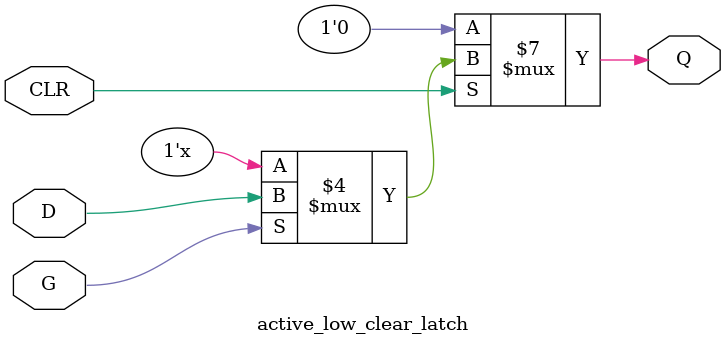
<source format=v>
module active_low_clear_latch (CLR,D,G,Q);

    input CLR,D,G;
    output reg Q;

    always @(G or CLR or D) begin
        
        if(~CLR) begin
            Q <= 0;
        end
        else if (G == 1) begin
            Q <= D;
        end
    end
    
endmodule
</source>
